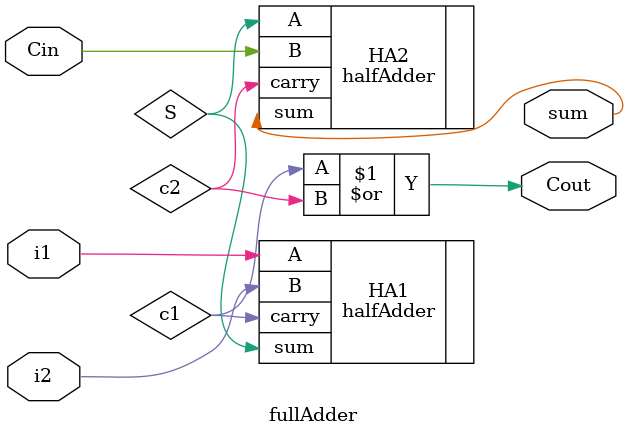
<source format=v>
module fullAdder(input i1, i2, Cin, output Cout, sum);
    wire S, c1, c2;
    
    halfAdder HA1(.A(i1), .B(i2), .sum(S), .carry(c1));
    halfAdder HA2(.A(S), .B(Cin), .sum(sum), .carry(c2));
    or orGate(Cout, c1, c2);
    endmodule


</source>
